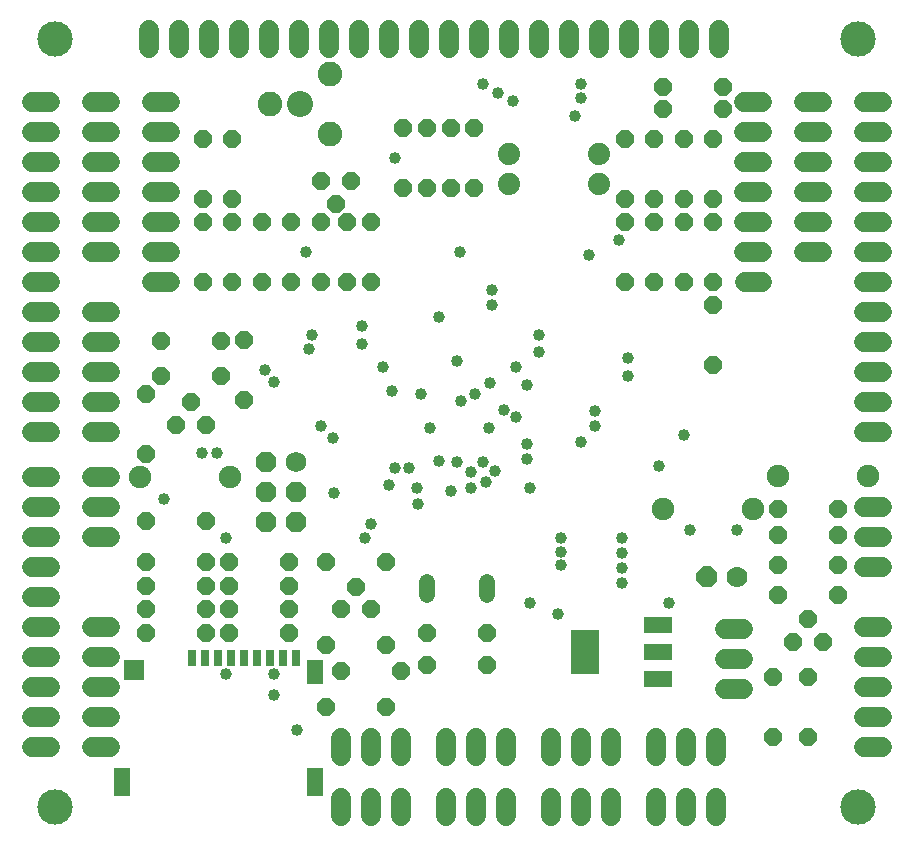
<source format=gbs>
G75*
%MOIN*%
%OFA0B0*%
%FSLAX25Y25*%
%IPPOS*%
%LPD*%
%AMOC8*
5,1,8,0,0,1.08239X$1,22.5*
%
%ADD10C,0.11824*%
%ADD11C,0.08674*%
%ADD12OC8,0.06000*%
%ADD13OC8,0.07000*%
%ADD14C,0.07000*%
%ADD15C,0.07493*%
%ADD16C,0.07400*%
%ADD17C,0.05200*%
%ADD18C,0.06800*%
%ADD19C,0.08200*%
%ADD20C,0.06800*%
%ADD21OC8,0.06800*%
%ADD22R,0.03162X0.05524*%
%ADD23R,0.05524X0.07887*%
%ADD24R,0.05524X0.09461*%
%ADD25R,0.07099X0.06706*%
%ADD26R,0.09600X0.05600*%
%ADD27R,0.09461X0.14973*%
%ADD28C,0.06737*%
%ADD29C,0.03975*%
D10*
X0023685Y0032234D03*
X0023685Y0288140D03*
X0291402Y0288140D03*
X0291402Y0032234D03*
D11*
X0105378Y0266486D03*
D12*
X0082740Y0254833D03*
X0072898Y0254833D03*
X0072898Y0234833D03*
X0072898Y0227274D03*
X0082740Y0227274D03*
X0082740Y0234833D03*
X0092583Y0227274D03*
X0102425Y0227274D03*
X0112268Y0227274D03*
X0117189Y0233396D03*
X0121126Y0227274D03*
X0129000Y0227274D03*
X0122189Y0240896D03*
X0112189Y0240896D03*
X0139827Y0238770D03*
X0147701Y0238770D03*
X0155575Y0238770D03*
X0163449Y0238770D03*
X0163449Y0258770D03*
X0155575Y0258770D03*
X0147701Y0258770D03*
X0139827Y0258770D03*
X0129000Y0207274D03*
X0121126Y0207274D03*
X0112268Y0207274D03*
X0102425Y0207274D03*
X0092583Y0207274D03*
X0082740Y0207274D03*
X0072898Y0207274D03*
X0078961Y0187746D03*
X0086677Y0187904D03*
X0078961Y0175935D03*
X0086677Y0167904D03*
X0074000Y0159705D03*
X0069000Y0167205D03*
X0064000Y0159705D03*
X0054000Y0149892D03*
X0054000Y0169892D03*
X0058961Y0175935D03*
X0058961Y0187746D03*
X0054039Y0127707D03*
X0054039Y0113927D03*
X0054039Y0106053D03*
X0054039Y0098179D03*
X0054039Y0090305D03*
X0074039Y0090305D03*
X0081598Y0090305D03*
X0081598Y0098179D03*
X0074039Y0098179D03*
X0074039Y0106053D03*
X0081598Y0106053D03*
X0081598Y0113927D03*
X0074039Y0113927D03*
X0074039Y0127707D03*
X0101598Y0113927D03*
X0101598Y0106053D03*
X0101598Y0098179D03*
X0101598Y0090305D03*
X0114079Y0086368D03*
X0119000Y0077510D03*
X0114079Y0065699D03*
X0134079Y0065699D03*
X0139000Y0077510D03*
X0147543Y0079478D03*
X0147543Y0090305D03*
X0134079Y0086368D03*
X0129079Y0098179D03*
X0124079Y0105679D03*
X0119079Y0098179D03*
X0114079Y0113927D03*
X0134079Y0113927D03*
X0167543Y0090305D03*
X0167543Y0079478D03*
X0262858Y0075699D03*
X0269669Y0087352D03*
X0274669Y0094852D03*
X0279669Y0087352D03*
X0274669Y0075699D03*
X0274669Y0055699D03*
X0262858Y0055699D03*
X0264669Y0103100D03*
X0264669Y0112943D03*
X0264669Y0122785D03*
X0264669Y0131644D03*
X0284669Y0131644D03*
X0284669Y0122785D03*
X0284669Y0112943D03*
X0284669Y0103100D03*
X0243173Y0179715D03*
X0243173Y0199715D03*
X0243173Y0207274D03*
X0233331Y0207274D03*
X0223488Y0207274D03*
X0213646Y0207274D03*
X0213646Y0227274D03*
X0213646Y0234833D03*
X0223488Y0234833D03*
X0223488Y0227274D03*
X0233331Y0227274D03*
X0233331Y0234833D03*
X0243173Y0234833D03*
X0243173Y0227274D03*
X0243173Y0254833D03*
X0246500Y0264892D03*
X0246500Y0272392D03*
X0233331Y0254833D03*
X0223488Y0254833D03*
X0213646Y0254833D03*
X0226500Y0264892D03*
X0226500Y0272392D03*
D13*
X0241126Y0109006D03*
D14*
X0251126Y0109006D03*
D15*
X0256205Y0131644D03*
X0264591Y0142470D03*
X0294591Y0142470D03*
X0226205Y0131644D03*
X0082031Y0142392D03*
X0052031Y0142392D03*
D16*
X0175024Y0239833D03*
X0175024Y0249833D03*
X0205024Y0249833D03*
X0205024Y0239833D03*
D17*
X0167543Y0107426D02*
X0167543Y0103026D01*
X0147543Y0103026D02*
X0147543Y0107426D01*
D18*
X0154000Y0055392D02*
X0154000Y0049392D01*
X0164000Y0049392D02*
X0164000Y0055392D01*
X0174000Y0055392D02*
X0174000Y0049392D01*
X0189000Y0049392D02*
X0189000Y0055392D01*
X0199000Y0055392D02*
X0199000Y0049392D01*
X0209000Y0049392D02*
X0209000Y0055392D01*
X0224000Y0055392D02*
X0224000Y0049392D01*
X0234000Y0049392D02*
X0234000Y0055392D01*
X0244000Y0055392D02*
X0244000Y0049392D01*
X0244000Y0035392D02*
X0244000Y0029392D01*
X0234000Y0029392D02*
X0234000Y0035392D01*
X0224000Y0035392D02*
X0224000Y0029392D01*
X0209000Y0029392D02*
X0209000Y0035392D01*
X0199000Y0035392D02*
X0199000Y0029392D01*
X0189000Y0029392D02*
X0189000Y0035392D01*
X0174000Y0035392D02*
X0174000Y0029392D01*
X0164000Y0029392D02*
X0164000Y0035392D01*
X0154000Y0035392D02*
X0154000Y0029392D01*
X0139000Y0029392D02*
X0139000Y0035392D01*
X0129000Y0035392D02*
X0129000Y0029392D01*
X0119000Y0029392D02*
X0119000Y0035392D01*
X0119000Y0049392D02*
X0119000Y0055392D01*
X0129000Y0055392D02*
X0129000Y0049392D01*
X0139000Y0049392D02*
X0139000Y0055392D01*
X0042000Y0052392D02*
X0036000Y0052392D01*
X0036000Y0062392D02*
X0042000Y0062392D01*
X0042000Y0072392D02*
X0036000Y0072392D01*
X0036000Y0082392D02*
X0042000Y0082392D01*
X0042000Y0092392D02*
X0036000Y0092392D01*
X0022000Y0092392D02*
X0016000Y0092392D01*
X0016000Y0102392D02*
X0022000Y0102392D01*
X0022000Y0112392D02*
X0016000Y0112392D01*
X0016000Y0122392D02*
X0022000Y0122392D01*
X0022000Y0132392D02*
X0016000Y0132392D01*
X0016000Y0142392D02*
X0022000Y0142392D01*
X0036000Y0142392D02*
X0042000Y0142392D01*
X0042000Y0132392D02*
X0036000Y0132392D01*
X0036000Y0122392D02*
X0042000Y0122392D01*
X0042000Y0157392D02*
X0036000Y0157392D01*
X0036000Y0167392D02*
X0042000Y0167392D01*
X0042000Y0177392D02*
X0036000Y0177392D01*
X0036000Y0187392D02*
X0042000Y0187392D01*
X0042000Y0197392D02*
X0036000Y0197392D01*
X0022000Y0197392D02*
X0016000Y0197392D01*
X0016000Y0207392D02*
X0022000Y0207392D01*
X0022000Y0217392D02*
X0016000Y0217392D01*
X0016000Y0227392D02*
X0022000Y0227392D01*
X0022000Y0237392D02*
X0016000Y0237392D01*
X0016000Y0247392D02*
X0022000Y0247392D01*
X0022000Y0257392D02*
X0016000Y0257392D01*
X0016000Y0267392D02*
X0022000Y0267392D01*
X0036000Y0267392D02*
X0042000Y0267392D01*
X0042000Y0257392D02*
X0036000Y0257392D01*
X0036000Y0247392D02*
X0042000Y0247392D01*
X0042000Y0237392D02*
X0036000Y0237392D01*
X0036000Y0227392D02*
X0042000Y0227392D01*
X0042000Y0217392D02*
X0036000Y0217392D01*
X0056000Y0217392D02*
X0062000Y0217392D01*
X0062000Y0227392D02*
X0056000Y0227392D01*
X0056000Y0237392D02*
X0062000Y0237392D01*
X0062000Y0247392D02*
X0056000Y0247392D01*
X0056000Y0257392D02*
X0062000Y0257392D01*
X0062000Y0267392D02*
X0056000Y0267392D01*
X0055161Y0285140D02*
X0055161Y0291140D01*
X0065161Y0291140D02*
X0065161Y0285140D01*
X0075161Y0285140D02*
X0075161Y0291140D01*
X0085161Y0291140D02*
X0085161Y0285140D01*
X0095161Y0285140D02*
X0095161Y0291140D01*
X0105161Y0291140D02*
X0105161Y0285140D01*
X0115161Y0285140D02*
X0115161Y0291140D01*
X0125161Y0291140D02*
X0125161Y0285140D01*
X0135161Y0285140D02*
X0135161Y0291140D01*
X0145161Y0291140D02*
X0145161Y0285140D01*
X0155161Y0285140D02*
X0155161Y0291140D01*
X0165161Y0291140D02*
X0165161Y0285140D01*
X0175161Y0285140D02*
X0175161Y0291140D01*
X0185161Y0291140D02*
X0185161Y0285140D01*
X0195161Y0285140D02*
X0195161Y0291140D01*
X0205161Y0291140D02*
X0205161Y0285140D01*
X0215161Y0285140D02*
X0215161Y0291140D01*
X0225161Y0291140D02*
X0225161Y0285140D01*
X0235161Y0285140D02*
X0235161Y0291140D01*
X0245161Y0291140D02*
X0245161Y0285140D01*
X0253500Y0267392D02*
X0259500Y0267392D01*
X0259500Y0257392D02*
X0253500Y0257392D01*
X0253500Y0247392D02*
X0259500Y0247392D01*
X0259500Y0237392D02*
X0253500Y0237392D01*
X0253500Y0227392D02*
X0259500Y0227392D01*
X0259500Y0217392D02*
X0253500Y0217392D01*
X0273500Y0217392D02*
X0279500Y0217392D01*
X0279500Y0227392D02*
X0273500Y0227392D01*
X0273500Y0237392D02*
X0279500Y0237392D01*
X0279500Y0247392D02*
X0273500Y0247392D01*
X0273500Y0257392D02*
X0279500Y0257392D01*
X0279500Y0267392D02*
X0273500Y0267392D01*
X0293500Y0267392D02*
X0299500Y0267392D01*
X0299500Y0257392D02*
X0293500Y0257392D01*
X0293500Y0247392D02*
X0299500Y0247392D01*
X0299500Y0237392D02*
X0293500Y0237392D01*
X0293500Y0227392D02*
X0299500Y0227392D01*
X0299500Y0217392D02*
X0293500Y0217392D01*
X0293500Y0207392D02*
X0299500Y0207392D01*
X0299500Y0197392D02*
X0293500Y0197392D01*
X0293500Y0187392D02*
X0299500Y0187392D01*
X0299500Y0177392D02*
X0293500Y0177392D01*
X0293500Y0167392D02*
X0299500Y0167392D01*
X0299500Y0157392D02*
X0293500Y0157392D01*
X0293500Y0132392D02*
X0299500Y0132392D01*
X0299500Y0122392D02*
X0293500Y0122392D01*
X0293500Y0112392D02*
X0299500Y0112392D01*
X0299500Y0092392D02*
X0293500Y0092392D01*
X0293500Y0082392D02*
X0299500Y0082392D01*
X0299500Y0072392D02*
X0293500Y0072392D01*
X0293500Y0062392D02*
X0299500Y0062392D01*
X0299500Y0052392D02*
X0293500Y0052392D01*
X0253063Y0071447D02*
X0247063Y0071447D01*
X0247063Y0081447D02*
X0253063Y0081447D01*
X0253063Y0091447D02*
X0247063Y0091447D01*
X0022000Y0082392D02*
X0016000Y0082392D01*
X0016000Y0072392D02*
X0022000Y0072392D01*
X0022000Y0062392D02*
X0016000Y0062392D01*
X0016000Y0052392D02*
X0022000Y0052392D01*
X0022000Y0157392D02*
X0016000Y0157392D01*
X0016000Y0167392D02*
X0022000Y0167392D01*
X0022000Y0177392D02*
X0016000Y0177392D01*
X0016000Y0187392D02*
X0022000Y0187392D01*
D19*
X0095378Y0266486D03*
X0115378Y0256486D03*
X0115378Y0276486D03*
D20*
X0104000Y0147392D03*
D21*
X0094000Y0147392D03*
X0094000Y0137392D03*
X0104000Y0137392D03*
X0104000Y0127392D03*
X0094000Y0127392D03*
D22*
X0095358Y0082057D03*
X0099689Y0082057D03*
X0104020Y0082057D03*
X0091028Y0082057D03*
X0086697Y0082057D03*
X0082366Y0082057D03*
X0078035Y0082057D03*
X0073705Y0082057D03*
X0069374Y0082057D03*
D23*
X0110319Y0077234D03*
D24*
X0110319Y0040620D03*
X0046146Y0040620D03*
D25*
X0049984Y0077825D03*
D26*
X0224822Y0074906D03*
X0224822Y0084006D03*
X0224822Y0093106D03*
D27*
X0200421Y0084006D03*
D28*
X0253531Y0207392D02*
X0259469Y0207392D01*
X0061969Y0207392D02*
X0056031Y0207392D01*
D29*
X0093523Y0177947D03*
X0096520Y0174078D03*
X0108220Y0184793D03*
X0109315Y0189715D03*
X0126047Y0192667D03*
X0126047Y0186762D03*
X0132937Y0178888D03*
X0135890Y0171014D03*
X0145732Y0170030D03*
X0157543Y0180856D03*
X0163647Y0169832D03*
X0159008Y0167581D03*
X0168568Y0173769D03*
X0177228Y0178888D03*
X0181165Y0172982D03*
X0173291Y0164616D03*
X0177228Y0162156D03*
X0168370Y0158711D03*
X0166402Y0147392D03*
X0170339Y0144439D03*
X0167386Y0140502D03*
X0162465Y0138533D03*
X0162465Y0143947D03*
X0157543Y0147392D03*
X0151751Y0147505D03*
X0155575Y0137549D03*
X0144256Y0138630D03*
X0144562Y0133426D03*
X0134906Y0139518D03*
X0136874Y0145423D03*
X0141795Y0145423D03*
X0148685Y0158711D03*
X0181165Y0153297D03*
X0181165Y0148376D03*
X0182150Y0138533D03*
X0192484Y0121801D03*
X0192484Y0117372D03*
X0192484Y0112943D03*
X0182150Y0100148D03*
X0191500Y0096703D03*
X0212661Y0107037D03*
X0212661Y0111959D03*
X0212661Y0116880D03*
X0212661Y0121801D03*
X0235299Y0124754D03*
X0251047Y0124754D03*
X0228409Y0100148D03*
X0224965Y0145915D03*
X0233331Y0156250D03*
X0214630Y0175935D03*
X0214630Y0181841D03*
X0203803Y0164124D03*
X0203803Y0159203D03*
X0198882Y0153789D03*
X0185102Y0183809D03*
X0185102Y0189715D03*
X0169354Y0199557D03*
X0169354Y0204478D03*
X0158528Y0217274D03*
X0151638Y0195620D03*
X0112268Y0159203D03*
X0116205Y0155266D03*
X0116697Y0137057D03*
X0129000Y0126722D03*
X0127031Y0121801D03*
X0080772Y0121801D03*
X0060102Y0135089D03*
X0072787Y0150344D03*
X0077819Y0150344D03*
X0107346Y0217274D03*
X0136874Y0248770D03*
X0166402Y0273376D03*
X0171323Y0270423D03*
X0176244Y0267470D03*
X0196913Y0262549D03*
X0198882Y0268455D03*
X0198882Y0273376D03*
X0211677Y0221211D03*
X0201835Y0216289D03*
X0096520Y0076526D03*
X0096520Y0069636D03*
X0104394Y0057825D03*
X0080772Y0076526D03*
M02*

</source>
